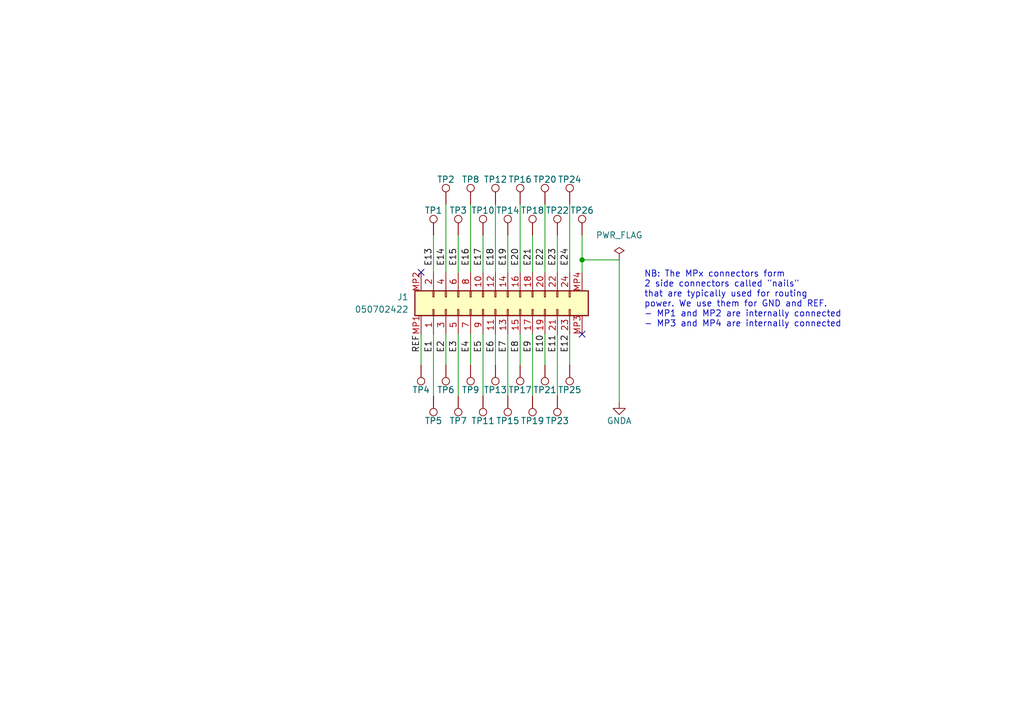
<source format=kicad_sch>
(kicad_sch (version 20211123) (generator eeschema)
  (paper "A5")
  (title_block (title "Pupdrive EIB-24") (date "2022-01-25") (rev "A") (company "Open Ephys, Inc.") (comment 1 "Jonathan P. Newman"))
  (lib_symbols
    (symbol "Connector:TestPoint" (pin_numbers hide) (pin_names (offset 0.762) hide)
      (property "Reference" "TP" (at 0 6.858 0))
      (property "Value" "TestPoint" (at 0 5.08 0))
      (symbol "TestPoint_0_1"
        (circle (center 0 3.302) (radius 0.762))
      )
      (symbol "TestPoint_1_1"
        (pin passive line (at 0 0 90) (length 2.54) (name "1") (number "1"))
      )
    )
    (symbol "jonnew:Conn_02x12_Odd_Even_4Mech" (pin_names hide)
      (property "Reference" "J" (at 0 22.86 0))
      (property "Value" "Conn_02x12_Odd_Even_4Mech" (at 1.27 20.32 0))
      (symbol "Conn_02x12_Odd_Even_4Mech_1_1"
        (rectangle (start -2.54 -13.843) (end -1.27 -14.097) (stroke (width 0.1524)))
        (rectangle (start -2.54 -11.303) (end -1.27 -11.557) (stroke (width 0.1524)))
        (rectangle (start -2.54 -8.763) (end -1.27 -9.017) (stroke (width 0.1524)))
        (rectangle (start -2.54 -6.223) (end -1.27 -6.477) (stroke (width 0.1524)))
        (rectangle (start -2.54 -3.683) (end -1.27 -3.937) (stroke (width 0.1524)))
        (rectangle (start -2.54 -1.143) (end -1.27 -1.397) (stroke (width 0.1524)))
        (rectangle (start -2.54 1.397) (end -1.27 1.143) (stroke (width 0.1524)))
        (rectangle (start -2.54 3.937) (end -1.27 3.683) (stroke (width 0.1524)))
        (rectangle (start -2.54 6.477) (end -1.27 6.223) (stroke (width 0.1524)))
        (rectangle (start -2.54 9.017) (end -1.27 8.763) (stroke (width 0.1524)))
        (rectangle (start -2.54 11.557) (end -1.27 11.303) (stroke (width 0.1524)))
        (rectangle (start -2.54 14.097) (end -1.27 13.843) (stroke (width 0.1524)))
        (rectangle (start -2.54 17.78) (end 2.54 -17.78) (stroke (width 0.254)) (fill (type background)))
        (rectangle (start 2.54 -13.843) (end 1.27 -14.097) (stroke (width 0.1524)))
        (rectangle (start 2.54 -11.303) (end 1.27 -11.557) (stroke (width 0.1524)))
        (rectangle (start 2.54 -8.763) (end 1.27 -9.017) (stroke (width 0.1524)))
        (rectangle (start 2.54 -6.223) (end 1.27 -6.477) (stroke (width 0.1524)))
        (rectangle (start 2.54 -3.683) (end 1.27 -3.937) (stroke (width 0.1524)))
        (rectangle (start 2.54 -1.143) (end 1.27 -1.397) (stroke (width 0.1524)))
        (rectangle (start 2.54 1.397) (end 1.27 1.143) (stroke (width 0.1524)))
        (rectangle (start 2.54 3.937) (end 1.27 3.683) (stroke (width 0.1524)))
        (rectangle (start 2.54 6.477) (end 1.27 6.223) (stroke (width 0.1524)))
        (rectangle (start 2.54 9.017) (end 1.27 8.763) (stroke (width 0.1524)))
        (rectangle (start 2.54 11.557) (end 1.27 11.303) (stroke (width 0.1524)))
        (rectangle (start 2.54 14.097) (end 1.27 13.843) (stroke (width 0.1524)))
        (pin passive line (at -6.35 13.97 0) (length 3.81) (name "Pin_1") (number "1"))
        (pin passive line (at 6.35 3.81 180) (length 3.81) (name "Pin_10") (number "10"))
        (pin passive line (at -6.35 1.27 0) (length 3.81) (name "Pin_11") (number "11"))
        (pin passive line (at 6.35 1.27 180) (length 3.81) (name "Pin_12") (number "12"))
        (pin passive line (at -6.35 -1.27 0) (length 3.81) (name "Pin_13") (number "13"))
        (pin passive line (at 6.35 -1.27 180) (length 3.81) (name "Pin_14") (number "14"))
        (pin passive line (at -6.35 -3.81 0) (length 3.81) (name "Pin_15") (number "15"))
        (pin passive line (at 6.35 -3.81 180) (length 3.81) (name "Pin_16") (number "16"))
        (pin passive line (at -6.35 -6.35 0) (length 3.81) (name "Pin_17") (number "17"))
        (pin passive line (at 6.35 -6.35 180) (length 3.81) (name "Pin_18") (number "18"))
        (pin passive line (at -6.35 -8.89 0) (length 3.81) (name "Pin_19") (number "19"))
        (pin passive line (at 6.35 13.97 180) (length 3.81) (name "Pin_2") (number "2"))
        (pin passive line (at 6.35 -8.89 180) (length 3.81) (name "Pin_20") (number "20"))
        (pin passive line (at -6.35 -11.43 0) (length 3.81) (name "Pin_21") (number "21"))
        (pin passive line (at 6.35 -11.43 180) (length 3.81) (name "Pin_22") (number "22"))
        (pin passive line (at -6.35 -13.97 0) (length 3.81) (name "Pin_23") (number "23"))
        (pin passive line (at 6.35 -13.97 180) (length 3.81) (name "Pin_24") (number "24"))
        (pin passive line (at -6.35 11.43 0) (length 3.81) (name "Pin_3") (number "3"))
        (pin passive line (at 6.35 11.43 180) (length 3.81) (name "Pin_4") (number "4"))
        (pin passive line (at -6.35 8.89 0) (length 3.81) (name "Pin_5") (number "5"))
        (pin passive line (at 6.35 8.89 180) (length 3.81) (name "Pin_6") (number "6"))
        (pin passive line (at -6.35 6.35 0) (length 3.81) (name "Pin_7") (number "7"))
        (pin passive line (at 6.35 6.35 180) (length 3.81) (name "Pin_8") (number "8"))
        (pin passive line (at -6.35 3.81 0) (length 3.81) (name "Pin_9") (number "9"))
        (pin passive line (at -6.35 16.51 0) (length 3.81) (name "MountPin1") (number "MP1"))
        (pin passive line (at 6.35 16.51 180) (length 3.81) (name "MountPin2") (number "MP2"))
        (pin passive line (at -6.35 -16.51 0) (length 3.81) (name "MountPin3") (number "MP3"))
        (pin passive line (at 6.35 -16.51 180) (length 3.81) (name "MountPin4") (number "MP4"))
      )
    )
    (symbol "power:GNDA" (power) (pin_names (offset 0))
      (property "Value" "GNDA" (at 0 -3.81 0))
      (symbol "GNDA_0_1"
        (polyline (pts (xy 0 0) (xy 0 -1.27) (xy 1.27 -1.27) (xy 0 -2.54) (xy -1.27 -1.27) (xy 0 -1.27)))
      )
      (symbol "GNDA_1_1"
        (pin power_in line (at 0 0 270) (length 0) hide (name "GNDA") (number "1"))
      )
    )
    (symbol "power:PWR_FLAG" (power) (pin_numbers hide) (pin_names (offset 0) hide)
      (property "Value" "PWR_FLAG" (at 0 3.81 0))
      (symbol "PWR_FLAG_0_0"
        (pin power_out line (at 0 0 90) (length 0) (name "pwr") (number "1"))
      )
      (symbol "PWR_FLAG_0_1"
        (polyline (pts (xy 0 0) (xy 0 1.27) (xy -1.016 1.905) (xy 0 2.54) (xy 1.016 1.905) (xy 0 1.27)))
      )
    )
  )
  (junction (at 119.38 53.34))
  (no_connect (at 86.36 55.88))
  (no_connect (at 119.38 68.58))
  (wire (pts (xy 104.14 48.26) (xy 104.14 55.88)))
  (wire (pts (xy 111.76 68.58) (xy 111.76 74.93)))
  (wire (pts (xy 106.68 41.91) (xy 106.68 55.88)))
  (wire (pts (xy 93.98 48.26) (xy 93.98 55.88)))
  (wire (pts (xy 99.06 68.58) (xy 99.06 81.28)))
  (wire (pts (xy 88.9 55.88) (xy 88.9 48.26)))
  (wire (pts (xy 119.38 55.88) (xy 119.38 53.34)))
  (wire (pts (xy 116.84 41.91) (xy 116.84 55.88)))
  (wire (pts (xy 88.9 68.58) (xy 88.9 81.28)))
  (wire (pts (xy 119.38 48.26) (xy 119.38 53.34)))
  (wire (pts (xy 114.3 48.26) (xy 114.3 55.88)))
  (wire (pts (xy 114.3 68.58) (xy 114.3 81.28)))
  (wire (pts (xy 109.22 68.58) (xy 109.22 81.28)))
  (wire (pts (xy 101.6 68.58) (xy 101.6 74.93)))
  (wire (pts (xy 109.22 48.26) (xy 109.22 55.88)))
  (wire (pts (xy 116.84 68.58) (xy 116.84 74.93)))
  (wire (pts (xy 86.36 68.58) (xy 86.36 74.93)))
  (wire (pts (xy 106.68 68.58) (xy 106.68 74.93)))
  (wire (pts (xy 101.6 41.91) (xy 101.6 55.88)))
  (wire (pts (xy 96.52 68.58) (xy 96.52 74.93)))
  (wire (pts (xy 127 53.34) (xy 127 82.55)))
  (wire (pts (xy 99.06 48.26) (xy 99.06 55.88)))
  (wire (pts (xy 91.44 68.58) (xy 91.44 74.93)))
  (wire (pts (xy 93.98 68.58) (xy 93.98 81.28)))
  (wire (pts (xy 104.14 68.58) (xy 104.14 81.28)))
  (wire (pts (xy 91.44 41.91) (xy 91.44 55.88)))
  (wire (pts (xy 119.38 53.34) (xy 127 53.34)))
  (wire (pts (xy 96.52 41.91) (xy 96.52 55.88)))
  (wire (pts (xy 111.76 41.91) (xy 111.76 55.88)))
  (text "NB: The MPx connectors form\n2 side connectors called \"nails\"\nthat are typically used for routing\npower. We use them for GND and REF.\n- MP1 and MP2 are internally connected\n- MP3 and MP4 are internally connected" (at 132.08 67.31 0) (effects (font (size 1.27 1.27)) (justify left bottom)))
  (label "E12" (at 116.84 72.39 90))
  (label "E22" (at 111.76 54.61 90))
  (label "E14" (at 91.44 54.61 90))
  (label "E6" (at 101.6 72.39 90))
  (label "E23" (at 114.3 54.61 90))
  (label "E20" (at 106.68 54.61 90))
  (label "E13" (at 88.9 54.61 90))
  (label "E8" (at 106.68 72.39 90))
  (label "E17" (at 99.06 54.61 90))
  (label "E2" (at 91.44 72.39 90))
  (label "E16" (at 96.52 54.61 90))
  (label "E11" (at 114.3 72.39 90))
  (label "E18" (at 101.6 54.61 90))
  (label "E21" (at 109.22 54.61 90))
  (label "E15" (at 93.98 54.61 90))
  (label "REF" (at 86.36 72.39 90))
  (label "E24" (at 116.84 54.61 90))
  (label "E19" (at 104.14 54.61 90))
  (label "E3" (at 93.98 72.39 90))
  (label "E5" (at 99.06 72.39 90))
  (label "E1" (at 88.9 72.39 90))
  (label "E9" (at 109.22 72.39 90))
  (label "E4" (at 96.52 72.39 90))
  (label "E7" (at 104.14 72.39 90))
  (label "E10" (at 111.76 72.39 90))
  (symbol (lib_id "Connector:TestPoint") (at 119.38 48.26 0) (unit 1)
    (property "Reference" "TP26" (at 119.38 43.18 0))
    (property "Value" "TestPoint" (effects hide))
    (property "Footprint" "jonnew:NEURALYNX_LARGE-GOLD-PIN" (effects hide))
  )
  (symbol (lib_id "Connector:TestPoint") (at 86.36 74.93 180) (unit 1)
    (property "Reference" "TP4" (at 86.36 80.01 0))
    (property "Value" "TestPoint" (effects hide))
    (property "Footprint" "jonnew:NEURALYNX_LARGE-GOLD-PIN" (effects hide))
  )
  (symbol (lib_id "Connector:TestPoint") (at 91.44 41.91 0) (unit 1)
    (property "Reference" "TP2" (at 91.44 36.83 0))
    (property "Value" "TestPoint" (effects hide))
    (property "Footprint" "jonnew:NEURALYNX_SMALL-GOLD-PIN" (effects hide))
  )
  (symbol (lib_id "Connector:TestPoint") (at 114.3 81.28 180) (unit 1)
    (property "Reference" "TP23" (at 114.3 86.36 0))
    (property "Value" "TestPoint" (effects hide))
    (property "Footprint" "jonnew:NEURALYNX_SMALL-GOLD-PIN" (effects hide))
  )
  (symbol (lib_id "power:GNDA") (at 127 82.55 0) (unit 1)
    (property "Reference" "#PWR0101" (effects hide))
    (property "Value" "GNDA" (at 127 86.36 0))
  )
  (symbol (lib_id "Connector:TestPoint") (at 106.68 74.93 180) (unit 1)
    (property "Reference" "TP17" (at 106.68 80.01 0))
    (property "Value" "TestPoint" (effects hide))
    (property "Footprint" "jonnew:NEURALYNX_SMALL-GOLD-PIN" (effects hide))
  )
  (symbol (lib_id "Connector:TestPoint") (at 99.06 81.28 180) (unit 1)
    (property "Reference" "TP11" (at 99.06 86.36 0))
    (property "Value" "TestPoint" (effects hide))
    (property "Footprint" "jonnew:NEURALYNX_SMALL-GOLD-PIN" (effects hide))
  )
  (symbol (lib_id "Connector:TestPoint") (at 111.76 41.91 0) (unit 1)
    (property "Reference" "TP20" (at 111.76 36.83 0))
    (property "Value" "TestPoint" (effects hide))
    (property "Footprint" "jonnew:NEURALYNX_SMALL-GOLD-PIN" (effects hide))
  )
  (symbol (lib_id "Connector:TestPoint") (at 101.6 74.93 180) (unit 1)
    (property "Reference" "TP13" (at 101.6 80.01 0))
    (property "Value" "TestPoint" (effects hide))
    (property "Footprint" "jonnew:NEURALYNX_SMALL-GOLD-PIN" (effects hide))
  )
  (symbol (lib_id "Connector:TestPoint") (at 116.84 41.91 0) (unit 1)
    (property "Reference" "TP24" (at 116.84 36.83 0))
    (property "Value" "TestPoint" (effects hide))
    (property "Footprint" "jonnew:NEURALYNX_SMALL-GOLD-PIN" (effects hide))
  )
  (symbol (lib_id "Connector:TestPoint") (at 111.76 74.93 180) (unit 1)
    (property "Reference" "TP21" (at 111.76 80.01 0))
    (property "Value" "TestPoint" (effects hide))
    (property "Footprint" "jonnew:NEURALYNX_SMALL-GOLD-PIN" (effects hide))
  )
  (symbol (lib_id "Connector:TestPoint") (at 88.9 48.26 0) (unit 1)
    (property "Reference" "TP1" (at 88.9 43.18 0))
    (property "Value" "TestPoint" (effects hide))
    (property "Footprint" "jonnew:NEURALYNX_SMALL-GOLD-PIN" (effects hide))
  )
  (symbol (lib_id "Connector:TestPoint") (at 96.52 41.91 0) (unit 1)
    (property "Reference" "TP8" (at 96.52 36.83 0))
    (property "Value" "TestPoint" (effects hide))
    (property "Footprint" "jonnew:NEURALYNX_SMALL-GOLD-PIN" (effects hide))
  )
  (symbol (lib_id "Connector:TestPoint") (at 104.14 48.26 0) (unit 1)
    (property "Reference" "TP14" (at 104.14 43.18 0))
    (property "Value" "TestPoint" (effects hide))
    (property "Footprint" "jonnew:NEURALYNX_SMALL-GOLD-PIN" (effects hide))
  )
  (symbol (lib_id "Connector:TestPoint") (at 106.68 41.91 0) (unit 1)
    (property "Reference" "TP16" (at 106.68 36.83 0))
    (property "Value" "TestPoint" (effects hide))
    (property "Footprint" "jonnew:NEURALYNX_SMALL-GOLD-PIN" (effects hide))
  )
  (symbol (lib_id "Connector:TestPoint") (at 91.44 74.93 180) (unit 1)
    (property "Reference" "TP6" (at 91.44 80.01 0))
    (property "Value" "TestPoint" (effects hide))
    (property "Footprint" "jonnew:NEURALYNX_SMALL-GOLD-PIN" (effects hide))
  )
  (symbol (lib_id "Connector:TestPoint") (at 114.3 48.26 0) (unit 1)
    (property "Reference" "TP22" (at 114.3 43.18 0))
    (property "Value" "TestPoint" (effects hide))
    (property "Footprint" "jonnew:NEURALYNX_SMALL-GOLD-PIN" (effects hide))
  )
  (symbol (lib_id "Connector:TestPoint") (at 96.52 74.93 180) (unit 1)
    (property "Reference" "TP9" (at 96.52 80.01 0))
    (property "Value" "TestPoint" (effects hide))
    (property "Footprint" "jonnew:NEURALYNX_SMALL-GOLD-PIN" (effects hide))
  )
  (symbol (lib_id "Connector:TestPoint") (at 109.22 81.28 180) (unit 1)
    (property "Reference" "TP19" (at 109.22 86.36 0))
    (property "Value" "TestPoint" (effects hide))
    (property "Footprint" "jonnew:NEURALYNX_SMALL-GOLD-PIN" (effects hide))
  )
  (symbol (lib_id "Connector:TestPoint") (at 88.9 81.28 180) (unit 1)
    (property "Reference" "TP5" (at 88.9 86.36 0))
    (property "Value" "TestPoint" (effects hide))
    (property "Footprint" "jonnew:NEURALYNX_SMALL-GOLD-PIN" (effects hide))
  )
  (symbol (lib_id "Connector:TestPoint") (at 116.84 74.93 180) (unit 1)
    (property "Reference" "TP25" (at 116.84 80.01 0))
    (property "Value" "TestPoint" (effects hide))
    (property "Footprint" "jonnew:NEURALYNX_SMALL-GOLD-PIN" (effects hide))
  )
  (symbol (lib_id "Connector:TestPoint") (at 93.98 81.28 180) (unit 1)
    (property "Reference" "TP7" (at 93.98 86.36 0))
    (property "Value" "TestPoint" (effects hide))
    (property "Footprint" "jonnew:NEURALYNX_SMALL-GOLD-PIN" (effects hide))
  )
  (symbol (lib_id "Connector:TestPoint") (at 101.6 41.91 0) (unit 1)
    (property "Reference" "TP12" (at 101.6 36.83 0))
    (property "Value" "TestPoint" (effects hide))
    (property "Footprint" "jonnew:NEURALYNX_SMALL-GOLD-PIN" (effects hide))
  )
  (symbol (lib_id "jonnew:Conn_02x12_Odd_Even_4Mech") (at 102.87 62.23 90) (unit 1)
    (property "Reference" "J1" (at 83.82 60.9599 90) (effects (justify left)))
    (property "Value" "050702422" (at 83.82 63.4999 90) (effects (justify left)))
    (property "Footprint" "jonnew:MOLEX_5050702422" (effects hide))
  )
  (symbol (lib_id "power:PWR_FLAG") (at 127 53.34 0) (unit 1)
    (property "Reference" "#FLG0101" (effects hide))
    (property "Value" "PWR_FLAG" (at 127 48.26 0))
  )
  (symbol (lib_id "Connector:TestPoint") (at 99.06 48.26 0) (unit 1)
    (property "Reference" "TP10" (at 99.06 43.18 0))
    (property "Value" "TestPoint" (effects hide))
    (property "Footprint" "jonnew:NEURALYNX_SMALL-GOLD-PIN" (effects hide))
  )
  (symbol (lib_id "Connector:TestPoint") (at 109.22 48.26 0) (unit 1)
    (property "Reference" "TP18" (at 109.22 43.18 0))
    (property "Value" "TestPoint" (effects hide))
    (property "Footprint" "jonnew:NEURALYNX_SMALL-GOLD-PIN" (effects hide))
  )
  (symbol (lib_id "Connector:TestPoint") (at 93.98 48.26 0) (unit 1)
    (property "Reference" "TP3" (at 93.98 43.18 0))
    (property "Value" "TestPoint" (effects hide))
    (property "Footprint" "jonnew:NEURALYNX_SMALL-GOLD-PIN" (effects hide))
  )
  (symbol (lib_id "Connector:TestPoint") (at 104.14 81.28 180) (unit 1)
    (property "Reference" "TP15" (at 104.14 86.36 0))
    (property "Value" "TestPoint" (effects hide))
    (property "Footprint" "jonnew:NEURALYNX_SMALL-GOLD-PIN" (effects hide))
  )
)
</source>
